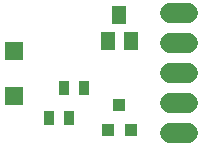
<source format=gbr>
G04 EAGLE Gerber RS-274X export*
G75*
%MOMM*%
%FSLAX34Y34*%
%LPD*%
%INSoldermask Bottom*%
%IPPOS*%
%AMOC8*
5,1,8,0,0,1.08239X$1,22.5*%
G01*
%ADD10R,1.603200X1.603200*%
%ADD11R,0.965200X1.143000*%
%ADD12C,1.727200*%
%ADD13R,1.203200X1.603200*%
%ADD14R,1.003200X1.103200*%


D10*
X40640Y52120D03*
X40640Y90120D03*
D11*
X70358Y33020D03*
X87122Y33020D03*
X99822Y58420D03*
X83058Y58420D03*
D12*
X172720Y20320D02*
X187960Y20320D01*
X187960Y45720D02*
X172720Y45720D01*
X172720Y71120D02*
X187960Y71120D01*
X187960Y96520D02*
X172720Y96520D01*
X172720Y121920D02*
X187960Y121920D01*
D13*
X139040Y98220D03*
X120040Y98220D03*
X129540Y120220D03*
D14*
X139040Y23020D03*
X120040Y23020D03*
X129540Y44020D03*
M02*

</source>
